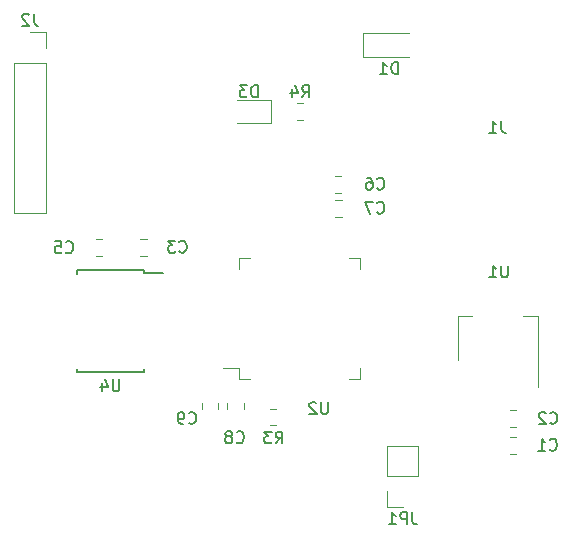
<source format=gbo>
G04 #@! TF.GenerationSoftware,KiCad,Pcbnew,(5.1.4-0)*
G04 #@! TF.CreationDate,2019-11-27T14:08:46-06:00*
G04 #@! TF.ProjectId,veccart,76656363-6172-4742-9e6b-696361645f70,rev?*
G04 #@! TF.SameCoordinates,Original*
G04 #@! TF.FileFunction,Legend,Bot*
G04 #@! TF.FilePolarity,Positive*
%FSLAX46Y46*%
G04 Gerber Fmt 4.6, Leading zero omitted, Abs format (unit mm)*
G04 Created by KiCad (PCBNEW (5.1.4-0)) date 2019-11-27 14:08:46*
%MOMM*%
%LPD*%
G04 APERTURE LIST*
%ADD10C,0.120000*%
%ADD11C,0.150000*%
G04 APERTURE END LIST*
D10*
X121319600Y-88604400D02*
X118659600Y-88604400D01*
X121319600Y-75844400D02*
X121319600Y-88604400D01*
X118659600Y-75844400D02*
X118659600Y-88604400D01*
X121319600Y-75844400D02*
X118659600Y-75844400D01*
X121319600Y-74574400D02*
X121319600Y-73244400D01*
X121319600Y-73244400D02*
X119989600Y-73244400D01*
X150206400Y-108271000D02*
X152866400Y-108271000D01*
X150206400Y-110871000D02*
X150206400Y-108271000D01*
X152866400Y-110871000D02*
X152866400Y-108271000D01*
X150206400Y-110871000D02*
X152866400Y-110871000D01*
X150206400Y-112141000D02*
X150206400Y-113471000D01*
X150206400Y-113471000D02*
X151536400Y-113471000D01*
X137522600Y-78999200D02*
X140382600Y-78999200D01*
X140382600Y-78999200D02*
X140382600Y-80919200D01*
X140382600Y-80919200D02*
X137522600Y-80919200D01*
X145839748Y-88873400D02*
X146362252Y-88873400D01*
X145839748Y-87453400D02*
X146362252Y-87453400D01*
X145830548Y-86841400D02*
X146353052Y-86841400D01*
X145830548Y-85421400D02*
X146353052Y-85421400D01*
X143127252Y-79249200D02*
X142604748Y-79249200D01*
X143127252Y-80669200D02*
X142604748Y-80669200D01*
X140850252Y-105131800D02*
X140327748Y-105131800D01*
X140850252Y-106551800D02*
X140327748Y-106551800D01*
X134519600Y-104631748D02*
X134519600Y-105154252D01*
X135939600Y-104631748D02*
X135939600Y-105154252D01*
X136678600Y-104649748D02*
X136678600Y-105172252D01*
X138098600Y-104649748D02*
X138098600Y-105172252D01*
X125570348Y-92226200D02*
X126092852Y-92226200D01*
X125570348Y-90806200D02*
X126092852Y-90806200D01*
X129852052Y-90806200D02*
X129329548Y-90806200D01*
X129852052Y-92226200D02*
X129329548Y-92226200D01*
X160622348Y-106678800D02*
X161144852Y-106678800D01*
X160622348Y-105258800D02*
X161144852Y-105258800D01*
X160622348Y-108939400D02*
X161144852Y-108939400D01*
X160622348Y-107519400D02*
X161144852Y-107519400D01*
X148142400Y-75345800D02*
X148142400Y-73345800D01*
X148142400Y-73345800D02*
X152042400Y-73345800D01*
X148142400Y-75345800D02*
X152042400Y-75345800D01*
D11*
X129678600Y-93395200D02*
X129678600Y-93620200D01*
X123928600Y-93395200D02*
X123928600Y-93695200D01*
X123928600Y-102045200D02*
X123928600Y-101745200D01*
X129678600Y-102045200D02*
X129678600Y-101745200D01*
X129678600Y-93395200D02*
X123928600Y-93395200D01*
X129678600Y-102045200D02*
X123928600Y-102045200D01*
X129678600Y-93620200D02*
X131278600Y-93620200D01*
D10*
X146969396Y-92392473D02*
X147919396Y-92392473D01*
X147919396Y-92392473D02*
X147919396Y-93342473D01*
X138649396Y-92392473D02*
X137699396Y-92392473D01*
X137699396Y-92392473D02*
X137699396Y-93342473D01*
X146969396Y-102612473D02*
X147919396Y-102612473D01*
X147919396Y-102612473D02*
X147919396Y-101662473D01*
X138649396Y-102612473D02*
X137699396Y-102612473D01*
X137699396Y-102612473D02*
X137699396Y-101662473D01*
X137699396Y-101662473D02*
X136359396Y-101662473D01*
X156188796Y-97268872D02*
X157448796Y-97268872D01*
X163008796Y-97268872D02*
X161748796Y-97268872D01*
X156188796Y-101028872D02*
X156188796Y-97268872D01*
X163008796Y-103278872D02*
X163008796Y-97268872D01*
D11*
X159878133Y-80771380D02*
X159878133Y-81485666D01*
X159925752Y-81628523D01*
X160020990Y-81723761D01*
X160163847Y-81771380D01*
X160259085Y-81771380D01*
X158878133Y-81771380D02*
X159449561Y-81771380D01*
X159163847Y-81771380D02*
X159163847Y-80771380D01*
X159259085Y-80914238D01*
X159354323Y-81009476D01*
X159449561Y-81057095D01*
X120322933Y-71696780D02*
X120322933Y-72411066D01*
X120370552Y-72553923D01*
X120465790Y-72649161D01*
X120608647Y-72696780D01*
X120703885Y-72696780D01*
X119894361Y-71792019D02*
X119846742Y-71744400D01*
X119751504Y-71696780D01*
X119513409Y-71696780D01*
X119418171Y-71744400D01*
X119370552Y-71792019D01*
X119322933Y-71887257D01*
X119322933Y-71982495D01*
X119370552Y-72125352D01*
X119941980Y-72696780D01*
X119322933Y-72696780D01*
X152369733Y-113923380D02*
X152369733Y-114637666D01*
X152417352Y-114780523D01*
X152512590Y-114875761D01*
X152655447Y-114923380D01*
X152750685Y-114923380D01*
X151893542Y-114923380D02*
X151893542Y-113923380D01*
X151512590Y-113923380D01*
X151417352Y-113971000D01*
X151369733Y-114018619D01*
X151322114Y-114113857D01*
X151322114Y-114256714D01*
X151369733Y-114351952D01*
X151417352Y-114399571D01*
X151512590Y-114447190D01*
X151893542Y-114447190D01*
X150369733Y-114923380D02*
X150941161Y-114923380D01*
X150655447Y-114923380D02*
X150655447Y-113923380D01*
X150750685Y-114066238D01*
X150845923Y-114161476D01*
X150941161Y-114209095D01*
X139260695Y-78761580D02*
X139260695Y-77761580D01*
X139022600Y-77761580D01*
X138879742Y-77809200D01*
X138784504Y-77904438D01*
X138736885Y-77999676D01*
X138689266Y-78190152D01*
X138689266Y-78333009D01*
X138736885Y-78523485D01*
X138784504Y-78618723D01*
X138879742Y-78713961D01*
X139022600Y-78761580D01*
X139260695Y-78761580D01*
X138355933Y-77761580D02*
X137736885Y-77761580D01*
X138070219Y-78142533D01*
X137927361Y-78142533D01*
X137832123Y-78190152D01*
X137784504Y-78237771D01*
X137736885Y-78333009D01*
X137736885Y-78571104D01*
X137784504Y-78666342D01*
X137832123Y-78713961D01*
X137927361Y-78761580D01*
X138213076Y-78761580D01*
X138308314Y-78713961D01*
X138355933Y-78666342D01*
X149366266Y-88520542D02*
X149413885Y-88568161D01*
X149556742Y-88615780D01*
X149651980Y-88615780D01*
X149794838Y-88568161D01*
X149890076Y-88472923D01*
X149937695Y-88377685D01*
X149985314Y-88187209D01*
X149985314Y-88044352D01*
X149937695Y-87853876D01*
X149890076Y-87758638D01*
X149794838Y-87663400D01*
X149651980Y-87615780D01*
X149556742Y-87615780D01*
X149413885Y-87663400D01*
X149366266Y-87711019D01*
X149032933Y-87615780D02*
X148366266Y-87615780D01*
X148794838Y-88615780D01*
X149366266Y-86488542D02*
X149413885Y-86536161D01*
X149556742Y-86583780D01*
X149651980Y-86583780D01*
X149794838Y-86536161D01*
X149890076Y-86440923D01*
X149937695Y-86345685D01*
X149985314Y-86155209D01*
X149985314Y-86012352D01*
X149937695Y-85821876D01*
X149890076Y-85726638D01*
X149794838Y-85631400D01*
X149651980Y-85583780D01*
X149556742Y-85583780D01*
X149413885Y-85631400D01*
X149366266Y-85679019D01*
X148509123Y-85583780D02*
X148699600Y-85583780D01*
X148794838Y-85631400D01*
X148842457Y-85679019D01*
X148937695Y-85821876D01*
X148985314Y-86012352D01*
X148985314Y-86393304D01*
X148937695Y-86488542D01*
X148890076Y-86536161D01*
X148794838Y-86583780D01*
X148604361Y-86583780D01*
X148509123Y-86536161D01*
X148461504Y-86488542D01*
X148413885Y-86393304D01*
X148413885Y-86155209D01*
X148461504Y-86059971D01*
X148509123Y-86012352D01*
X148604361Y-85964733D01*
X148794838Y-85964733D01*
X148890076Y-86012352D01*
X148937695Y-86059971D01*
X148985314Y-86155209D01*
X143032666Y-78761580D02*
X143366000Y-78285390D01*
X143604095Y-78761580D02*
X143604095Y-77761580D01*
X143223142Y-77761580D01*
X143127904Y-77809200D01*
X143080285Y-77856819D01*
X143032666Y-77952057D01*
X143032666Y-78094914D01*
X143080285Y-78190152D01*
X143127904Y-78237771D01*
X143223142Y-78285390D01*
X143604095Y-78285390D01*
X142175523Y-78094914D02*
X142175523Y-78761580D01*
X142413619Y-77713961D02*
X142651714Y-78428247D01*
X142032666Y-78428247D01*
X140781066Y-108072180D02*
X141114400Y-107595990D01*
X141352495Y-108072180D02*
X141352495Y-107072180D01*
X140971542Y-107072180D01*
X140876304Y-107119800D01*
X140828685Y-107167419D01*
X140781066Y-107262657D01*
X140781066Y-107405514D01*
X140828685Y-107500752D01*
X140876304Y-107548371D01*
X140971542Y-107595990D01*
X141352495Y-107595990D01*
X140447733Y-107072180D02*
X139828685Y-107072180D01*
X140162019Y-107453133D01*
X140019161Y-107453133D01*
X139923923Y-107500752D01*
X139876304Y-107548371D01*
X139828685Y-107643609D01*
X139828685Y-107881704D01*
X139876304Y-107976942D01*
X139923923Y-108024561D01*
X140019161Y-108072180D01*
X140304876Y-108072180D01*
X140400114Y-108024561D01*
X140447733Y-107976942D01*
X133440466Y-106325942D02*
X133488085Y-106373561D01*
X133630942Y-106421180D01*
X133726180Y-106421180D01*
X133869038Y-106373561D01*
X133964276Y-106278323D01*
X134011895Y-106183085D01*
X134059514Y-105992609D01*
X134059514Y-105849752D01*
X134011895Y-105659276D01*
X133964276Y-105564038D01*
X133869038Y-105468800D01*
X133726180Y-105421180D01*
X133630942Y-105421180D01*
X133488085Y-105468800D01*
X133440466Y-105516419D01*
X132964276Y-106421180D02*
X132773800Y-106421180D01*
X132678561Y-106373561D01*
X132630942Y-106325942D01*
X132535704Y-106183085D01*
X132488085Y-105992609D01*
X132488085Y-105611657D01*
X132535704Y-105516419D01*
X132583323Y-105468800D01*
X132678561Y-105421180D01*
X132869038Y-105421180D01*
X132964276Y-105468800D01*
X133011895Y-105516419D01*
X133059514Y-105611657D01*
X133059514Y-105849752D01*
X133011895Y-105944990D01*
X132964276Y-105992609D01*
X132869038Y-106040228D01*
X132678561Y-106040228D01*
X132583323Y-105992609D01*
X132535704Y-105944990D01*
X132488085Y-105849752D01*
X137479066Y-107951542D02*
X137526685Y-107999161D01*
X137669542Y-108046780D01*
X137764780Y-108046780D01*
X137907638Y-107999161D01*
X138002876Y-107903923D01*
X138050495Y-107808685D01*
X138098114Y-107618209D01*
X138098114Y-107475352D01*
X138050495Y-107284876D01*
X138002876Y-107189638D01*
X137907638Y-107094400D01*
X137764780Y-107046780D01*
X137669542Y-107046780D01*
X137526685Y-107094400D01*
X137479066Y-107142019D01*
X136907638Y-107475352D02*
X137002876Y-107427733D01*
X137050495Y-107380114D01*
X137098114Y-107284876D01*
X137098114Y-107237257D01*
X137050495Y-107142019D01*
X137002876Y-107094400D01*
X136907638Y-107046780D01*
X136717161Y-107046780D01*
X136621923Y-107094400D01*
X136574304Y-107142019D01*
X136526685Y-107237257D01*
X136526685Y-107284876D01*
X136574304Y-107380114D01*
X136621923Y-107427733D01*
X136717161Y-107475352D01*
X136907638Y-107475352D01*
X137002876Y-107522971D01*
X137050495Y-107570590D01*
X137098114Y-107665828D01*
X137098114Y-107856304D01*
X137050495Y-107951542D01*
X137002876Y-107999161D01*
X136907638Y-108046780D01*
X136717161Y-108046780D01*
X136621923Y-107999161D01*
X136574304Y-107951542D01*
X136526685Y-107856304D01*
X136526685Y-107665828D01*
X136574304Y-107570590D01*
X136621923Y-107522971D01*
X136717161Y-107475352D01*
X123026466Y-91873342D02*
X123074085Y-91920961D01*
X123216942Y-91968580D01*
X123312180Y-91968580D01*
X123455038Y-91920961D01*
X123550276Y-91825723D01*
X123597895Y-91730485D01*
X123645514Y-91540009D01*
X123645514Y-91397152D01*
X123597895Y-91206676D01*
X123550276Y-91111438D01*
X123455038Y-91016200D01*
X123312180Y-90968580D01*
X123216942Y-90968580D01*
X123074085Y-91016200D01*
X123026466Y-91063819D01*
X122121704Y-90968580D02*
X122597895Y-90968580D01*
X122645514Y-91444771D01*
X122597895Y-91397152D01*
X122502657Y-91349533D01*
X122264561Y-91349533D01*
X122169323Y-91397152D01*
X122121704Y-91444771D01*
X122074085Y-91540009D01*
X122074085Y-91778104D01*
X122121704Y-91873342D01*
X122169323Y-91920961D01*
X122264561Y-91968580D01*
X122502657Y-91968580D01*
X122597895Y-91920961D01*
X122645514Y-91873342D01*
X132627666Y-91822542D02*
X132675285Y-91870161D01*
X132818142Y-91917780D01*
X132913380Y-91917780D01*
X133056238Y-91870161D01*
X133151476Y-91774923D01*
X133199095Y-91679685D01*
X133246714Y-91489209D01*
X133246714Y-91346352D01*
X133199095Y-91155876D01*
X133151476Y-91060638D01*
X133056238Y-90965400D01*
X132913380Y-90917780D01*
X132818142Y-90917780D01*
X132675285Y-90965400D01*
X132627666Y-91013019D01*
X132294333Y-90917780D02*
X131675285Y-90917780D01*
X132008619Y-91298733D01*
X131865761Y-91298733D01*
X131770523Y-91346352D01*
X131722904Y-91393971D01*
X131675285Y-91489209D01*
X131675285Y-91727304D01*
X131722904Y-91822542D01*
X131770523Y-91870161D01*
X131865761Y-91917780D01*
X132151476Y-91917780D01*
X132246714Y-91870161D01*
X132294333Y-91822542D01*
X164022066Y-106325942D02*
X164069685Y-106373561D01*
X164212542Y-106421180D01*
X164307780Y-106421180D01*
X164450638Y-106373561D01*
X164545876Y-106278323D01*
X164593495Y-106183085D01*
X164641114Y-105992609D01*
X164641114Y-105849752D01*
X164593495Y-105659276D01*
X164545876Y-105564038D01*
X164450638Y-105468800D01*
X164307780Y-105421180D01*
X164212542Y-105421180D01*
X164069685Y-105468800D01*
X164022066Y-105516419D01*
X163641114Y-105516419D02*
X163593495Y-105468800D01*
X163498257Y-105421180D01*
X163260161Y-105421180D01*
X163164923Y-105468800D01*
X163117304Y-105516419D01*
X163069685Y-105611657D01*
X163069685Y-105706895D01*
X163117304Y-105849752D01*
X163688733Y-106421180D01*
X163069685Y-106421180D01*
X163971266Y-108586542D02*
X164018885Y-108634161D01*
X164161742Y-108681780D01*
X164256980Y-108681780D01*
X164399838Y-108634161D01*
X164495076Y-108538923D01*
X164542695Y-108443685D01*
X164590314Y-108253209D01*
X164590314Y-108110352D01*
X164542695Y-107919876D01*
X164495076Y-107824638D01*
X164399838Y-107729400D01*
X164256980Y-107681780D01*
X164161742Y-107681780D01*
X164018885Y-107729400D01*
X163971266Y-107777019D01*
X163018885Y-108681780D02*
X163590314Y-108681780D01*
X163304600Y-108681780D02*
X163304600Y-107681780D01*
X163399838Y-107824638D01*
X163495076Y-107919876D01*
X163590314Y-107967495D01*
X151130495Y-76798180D02*
X151130495Y-75798180D01*
X150892400Y-75798180D01*
X150749542Y-75845800D01*
X150654304Y-75941038D01*
X150606685Y-76036276D01*
X150559066Y-76226752D01*
X150559066Y-76369609D01*
X150606685Y-76560085D01*
X150654304Y-76655323D01*
X150749542Y-76750561D01*
X150892400Y-76798180D01*
X151130495Y-76798180D01*
X149606685Y-76798180D02*
X150178114Y-76798180D01*
X149892400Y-76798180D02*
X149892400Y-75798180D01*
X149987638Y-75941038D01*
X150082876Y-76036276D01*
X150178114Y-76083895D01*
X127558704Y-102652580D02*
X127558704Y-103462104D01*
X127511085Y-103557342D01*
X127463466Y-103604961D01*
X127368228Y-103652580D01*
X127177752Y-103652580D01*
X127082514Y-103604961D01*
X127034895Y-103557342D01*
X126987276Y-103462104D01*
X126987276Y-102652580D01*
X126082514Y-102985914D02*
X126082514Y-103652580D01*
X126320609Y-102604961D02*
X126558704Y-103319247D01*
X125939657Y-103319247D01*
X145211704Y-104582980D02*
X145211704Y-105392504D01*
X145164085Y-105487742D01*
X145116466Y-105535361D01*
X145021228Y-105582980D01*
X144830752Y-105582980D01*
X144735514Y-105535361D01*
X144687895Y-105487742D01*
X144640276Y-105392504D01*
X144640276Y-104582980D01*
X144211704Y-104678219D02*
X144164085Y-104630600D01*
X144068847Y-104582980D01*
X143830752Y-104582980D01*
X143735514Y-104630600D01*
X143687895Y-104678219D01*
X143640276Y-104773457D01*
X143640276Y-104868695D01*
X143687895Y-105011552D01*
X144259323Y-105582980D01*
X143640276Y-105582980D01*
X160451704Y-93025980D02*
X160451704Y-93835504D01*
X160404085Y-93930742D01*
X160356466Y-93978361D01*
X160261228Y-94025980D01*
X160070752Y-94025980D01*
X159975514Y-93978361D01*
X159927895Y-93930742D01*
X159880276Y-93835504D01*
X159880276Y-93025980D01*
X158880276Y-94025980D02*
X159451704Y-94025980D01*
X159165990Y-94025980D02*
X159165990Y-93025980D01*
X159261228Y-93168838D01*
X159356466Y-93264076D01*
X159451704Y-93311695D01*
M02*

</source>
